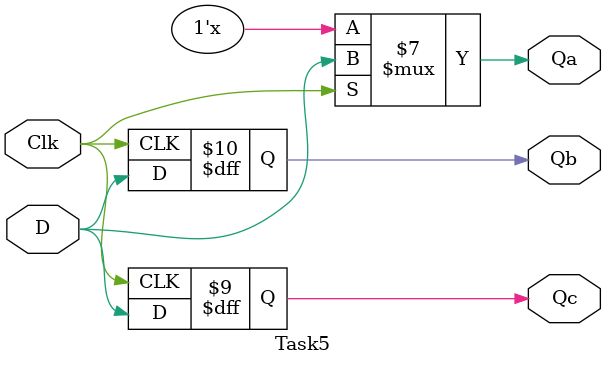
<source format=v>
`timescale 1ns / 1ps


module Task5(
    input Clk,
    input D,
    output reg Qa,
    output reg Qb,
    output reg Qc
    );
    
    reg Qbar;
    
    always @ (D or Clk) 
    if(Clk)
    begin
    Qa <= D;
    Qbar <= ~D;
    end 
    
    always @ (posedge Clk)
        if(Clk) 
        begin
        Qb <= D;
        end
        
        always @ (negedge Clk)
            begin
            Qc <= D;
            end  
    
endmodule

</source>
